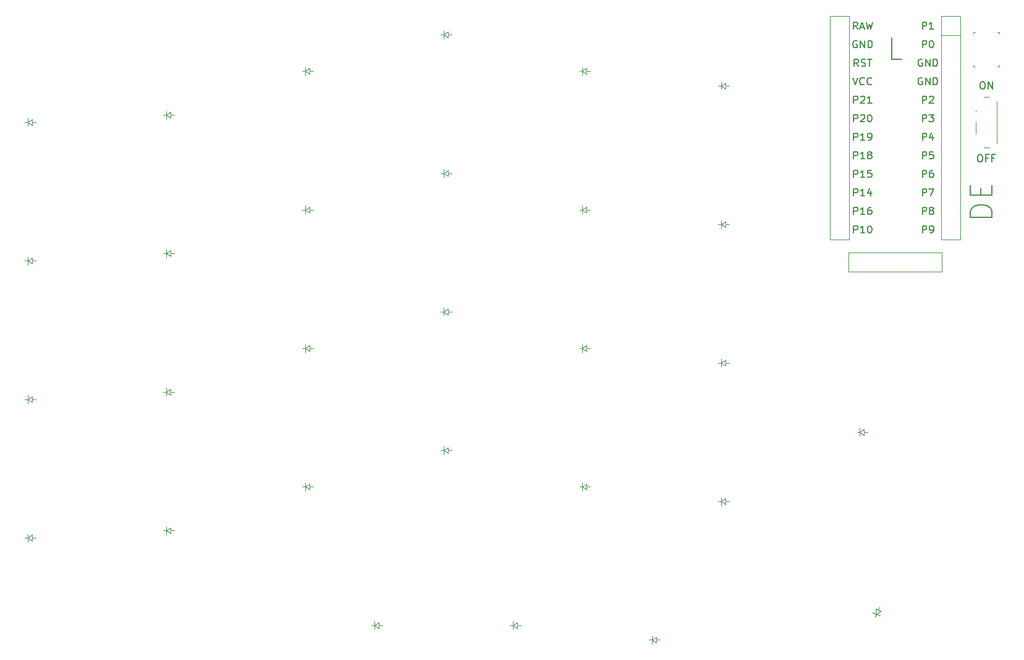
<source format=gbr>
%TF.GenerationSoftware,KiCad,Pcbnew,8.0.5*%
%TF.CreationDate,2024-11-30T23:52:13+01:00*%
%TF.ProjectId,left_finished,6c656674-5f66-4696-9e69-736865642e6b,v1.0.0*%
%TF.SameCoordinates,Original*%
%TF.FileFunction,Legend,Top*%
%TF.FilePolarity,Positive*%
%FSLAX46Y46*%
G04 Gerber Fmt 4.6, Leading zero omitted, Abs format (unit mm)*
G04 Created by KiCad (PCBNEW 8.0.5) date 2024-11-30 23:52:13*
%MOMM*%
%LPD*%
G01*
G04 APERTURE LIST*
%ADD10C,0.150000*%
%ADD11C,0.100000*%
%ADD12C,0.120000*%
G04 APERTURE END LIST*
D10*
X279780057Y-131042857D02*
X276780057Y-131042857D01*
X276780057Y-131042857D02*
X276780057Y-130328571D01*
X276780057Y-130328571D02*
X276922914Y-129900000D01*
X276922914Y-129900000D02*
X277208628Y-129614285D01*
X277208628Y-129614285D02*
X277494342Y-129471428D01*
X277494342Y-129471428D02*
X278065771Y-129328571D01*
X278065771Y-129328571D02*
X278494342Y-129328571D01*
X278494342Y-129328571D02*
X279065771Y-129471428D01*
X279065771Y-129471428D02*
X279351485Y-129614285D01*
X279351485Y-129614285D02*
X279637200Y-129900000D01*
X279637200Y-129900000D02*
X279780057Y-130328571D01*
X279780057Y-130328571D02*
X279780057Y-131042857D01*
X278208628Y-128042857D02*
X278208628Y-127042857D01*
X279780057Y-126614285D02*
X279780057Y-128042857D01*
X279780057Y-128042857D02*
X276780057Y-128042857D01*
X276780057Y-128042857D02*
X276780057Y-126614285D01*
X267428572Y-109380057D02*
X266000000Y-109380057D01*
X266000000Y-109380057D02*
X266000000Y-106380057D01*
X270231905Y-105254819D02*
X270231905Y-104254819D01*
X270231905Y-104254819D02*
X270612857Y-104254819D01*
X270612857Y-104254819D02*
X270708095Y-104302438D01*
X270708095Y-104302438D02*
X270755714Y-104350057D01*
X270755714Y-104350057D02*
X270803333Y-104445295D01*
X270803333Y-104445295D02*
X270803333Y-104588152D01*
X270803333Y-104588152D02*
X270755714Y-104683390D01*
X270755714Y-104683390D02*
X270708095Y-104731009D01*
X270708095Y-104731009D02*
X270612857Y-104778628D01*
X270612857Y-104778628D02*
X270231905Y-104778628D01*
X271755714Y-105254819D02*
X271184286Y-105254819D01*
X271470000Y-105254819D02*
X271470000Y-104254819D01*
X271470000Y-104254819D02*
X271374762Y-104397676D01*
X271374762Y-104397676D02*
X271279524Y-104492914D01*
X271279524Y-104492914D02*
X271184286Y-104540533D01*
X260815714Y-120494819D02*
X260815714Y-119494819D01*
X260815714Y-119494819D02*
X261196666Y-119494819D01*
X261196666Y-119494819D02*
X261291904Y-119542438D01*
X261291904Y-119542438D02*
X261339523Y-119590057D01*
X261339523Y-119590057D02*
X261387142Y-119685295D01*
X261387142Y-119685295D02*
X261387142Y-119828152D01*
X261387142Y-119828152D02*
X261339523Y-119923390D01*
X261339523Y-119923390D02*
X261291904Y-119971009D01*
X261291904Y-119971009D02*
X261196666Y-120018628D01*
X261196666Y-120018628D02*
X260815714Y-120018628D01*
X262339523Y-120494819D02*
X261768095Y-120494819D01*
X262053809Y-120494819D02*
X262053809Y-119494819D01*
X262053809Y-119494819D02*
X261958571Y-119637676D01*
X261958571Y-119637676D02*
X261863333Y-119732914D01*
X261863333Y-119732914D02*
X261768095Y-119780533D01*
X262815714Y-120494819D02*
X263006190Y-120494819D01*
X263006190Y-120494819D02*
X263101428Y-120447200D01*
X263101428Y-120447200D02*
X263149047Y-120399580D01*
X263149047Y-120399580D02*
X263244285Y-120256723D01*
X263244285Y-120256723D02*
X263291904Y-120066247D01*
X263291904Y-120066247D02*
X263291904Y-119685295D01*
X263291904Y-119685295D02*
X263244285Y-119590057D01*
X263244285Y-119590057D02*
X263196666Y-119542438D01*
X263196666Y-119542438D02*
X263101428Y-119494819D01*
X263101428Y-119494819D02*
X262910952Y-119494819D01*
X262910952Y-119494819D02*
X262815714Y-119542438D01*
X262815714Y-119542438D02*
X262768095Y-119590057D01*
X262768095Y-119590057D02*
X262720476Y-119685295D01*
X262720476Y-119685295D02*
X262720476Y-119923390D01*
X262720476Y-119923390D02*
X262768095Y-120018628D01*
X262768095Y-120018628D02*
X262815714Y-120066247D01*
X262815714Y-120066247D02*
X262910952Y-120113866D01*
X262910952Y-120113866D02*
X263101428Y-120113866D01*
X263101428Y-120113866D02*
X263196666Y-120066247D01*
X263196666Y-120066247D02*
X263244285Y-120018628D01*
X263244285Y-120018628D02*
X263291904Y-119923390D01*
X260815714Y-125574819D02*
X260815714Y-124574819D01*
X260815714Y-124574819D02*
X261196666Y-124574819D01*
X261196666Y-124574819D02*
X261291904Y-124622438D01*
X261291904Y-124622438D02*
X261339523Y-124670057D01*
X261339523Y-124670057D02*
X261387142Y-124765295D01*
X261387142Y-124765295D02*
X261387142Y-124908152D01*
X261387142Y-124908152D02*
X261339523Y-125003390D01*
X261339523Y-125003390D02*
X261291904Y-125051009D01*
X261291904Y-125051009D02*
X261196666Y-125098628D01*
X261196666Y-125098628D02*
X260815714Y-125098628D01*
X262339523Y-125574819D02*
X261768095Y-125574819D01*
X262053809Y-125574819D02*
X262053809Y-124574819D01*
X262053809Y-124574819D02*
X261958571Y-124717676D01*
X261958571Y-124717676D02*
X261863333Y-124812914D01*
X261863333Y-124812914D02*
X261768095Y-124860533D01*
X263244285Y-124574819D02*
X262768095Y-124574819D01*
X262768095Y-124574819D02*
X262720476Y-125051009D01*
X262720476Y-125051009D02*
X262768095Y-125003390D01*
X262768095Y-125003390D02*
X262863333Y-124955771D01*
X262863333Y-124955771D02*
X263101428Y-124955771D01*
X263101428Y-124955771D02*
X263196666Y-125003390D01*
X263196666Y-125003390D02*
X263244285Y-125051009D01*
X263244285Y-125051009D02*
X263291904Y-125146247D01*
X263291904Y-125146247D02*
X263291904Y-125384342D01*
X263291904Y-125384342D02*
X263244285Y-125479580D01*
X263244285Y-125479580D02*
X263196666Y-125527200D01*
X263196666Y-125527200D02*
X263101428Y-125574819D01*
X263101428Y-125574819D02*
X262863333Y-125574819D01*
X262863333Y-125574819D02*
X262768095Y-125527200D01*
X262768095Y-125527200D02*
X262720476Y-125479580D01*
X260696667Y-111874819D02*
X261030000Y-112874819D01*
X261030000Y-112874819D02*
X261363333Y-111874819D01*
X262268095Y-112779580D02*
X262220476Y-112827200D01*
X262220476Y-112827200D02*
X262077619Y-112874819D01*
X262077619Y-112874819D02*
X261982381Y-112874819D01*
X261982381Y-112874819D02*
X261839524Y-112827200D01*
X261839524Y-112827200D02*
X261744286Y-112731961D01*
X261744286Y-112731961D02*
X261696667Y-112636723D01*
X261696667Y-112636723D02*
X261649048Y-112446247D01*
X261649048Y-112446247D02*
X261649048Y-112303390D01*
X261649048Y-112303390D02*
X261696667Y-112112914D01*
X261696667Y-112112914D02*
X261744286Y-112017676D01*
X261744286Y-112017676D02*
X261839524Y-111922438D01*
X261839524Y-111922438D02*
X261982381Y-111874819D01*
X261982381Y-111874819D02*
X262077619Y-111874819D01*
X262077619Y-111874819D02*
X262220476Y-111922438D01*
X262220476Y-111922438D02*
X262268095Y-111970057D01*
X263268095Y-112779580D02*
X263220476Y-112827200D01*
X263220476Y-112827200D02*
X263077619Y-112874819D01*
X263077619Y-112874819D02*
X262982381Y-112874819D01*
X262982381Y-112874819D02*
X262839524Y-112827200D01*
X262839524Y-112827200D02*
X262744286Y-112731961D01*
X262744286Y-112731961D02*
X262696667Y-112636723D01*
X262696667Y-112636723D02*
X262649048Y-112446247D01*
X262649048Y-112446247D02*
X262649048Y-112303390D01*
X262649048Y-112303390D02*
X262696667Y-112112914D01*
X262696667Y-112112914D02*
X262744286Y-112017676D01*
X262744286Y-112017676D02*
X262839524Y-111922438D01*
X262839524Y-111922438D02*
X262982381Y-111874819D01*
X262982381Y-111874819D02*
X263077619Y-111874819D01*
X263077619Y-111874819D02*
X263220476Y-111922438D01*
X263220476Y-111922438D02*
X263268095Y-111970057D01*
X260815714Y-128114819D02*
X260815714Y-127114819D01*
X260815714Y-127114819D02*
X261196666Y-127114819D01*
X261196666Y-127114819D02*
X261291904Y-127162438D01*
X261291904Y-127162438D02*
X261339523Y-127210057D01*
X261339523Y-127210057D02*
X261387142Y-127305295D01*
X261387142Y-127305295D02*
X261387142Y-127448152D01*
X261387142Y-127448152D02*
X261339523Y-127543390D01*
X261339523Y-127543390D02*
X261291904Y-127591009D01*
X261291904Y-127591009D02*
X261196666Y-127638628D01*
X261196666Y-127638628D02*
X260815714Y-127638628D01*
X262339523Y-128114819D02*
X261768095Y-128114819D01*
X262053809Y-128114819D02*
X262053809Y-127114819D01*
X262053809Y-127114819D02*
X261958571Y-127257676D01*
X261958571Y-127257676D02*
X261863333Y-127352914D01*
X261863333Y-127352914D02*
X261768095Y-127400533D01*
X263196666Y-127448152D02*
X263196666Y-128114819D01*
X262958571Y-127067200D02*
X262720476Y-127781485D01*
X262720476Y-127781485D02*
X263339523Y-127781485D01*
X270231905Y-128114819D02*
X270231905Y-127114819D01*
X270231905Y-127114819D02*
X270612857Y-127114819D01*
X270612857Y-127114819D02*
X270708095Y-127162438D01*
X270708095Y-127162438D02*
X270755714Y-127210057D01*
X270755714Y-127210057D02*
X270803333Y-127305295D01*
X270803333Y-127305295D02*
X270803333Y-127448152D01*
X270803333Y-127448152D02*
X270755714Y-127543390D01*
X270755714Y-127543390D02*
X270708095Y-127591009D01*
X270708095Y-127591009D02*
X270612857Y-127638628D01*
X270612857Y-127638628D02*
X270231905Y-127638628D01*
X271136667Y-127114819D02*
X271803333Y-127114819D01*
X271803333Y-127114819D02*
X271374762Y-128114819D01*
X261482380Y-110334819D02*
X261149047Y-109858628D01*
X260910952Y-110334819D02*
X260910952Y-109334819D01*
X260910952Y-109334819D02*
X261291904Y-109334819D01*
X261291904Y-109334819D02*
X261387142Y-109382438D01*
X261387142Y-109382438D02*
X261434761Y-109430057D01*
X261434761Y-109430057D02*
X261482380Y-109525295D01*
X261482380Y-109525295D02*
X261482380Y-109668152D01*
X261482380Y-109668152D02*
X261434761Y-109763390D01*
X261434761Y-109763390D02*
X261387142Y-109811009D01*
X261387142Y-109811009D02*
X261291904Y-109858628D01*
X261291904Y-109858628D02*
X260910952Y-109858628D01*
X261863333Y-110287200D02*
X262006190Y-110334819D01*
X262006190Y-110334819D02*
X262244285Y-110334819D01*
X262244285Y-110334819D02*
X262339523Y-110287200D01*
X262339523Y-110287200D02*
X262387142Y-110239580D01*
X262387142Y-110239580D02*
X262434761Y-110144342D01*
X262434761Y-110144342D02*
X262434761Y-110049104D01*
X262434761Y-110049104D02*
X262387142Y-109953866D01*
X262387142Y-109953866D02*
X262339523Y-109906247D01*
X262339523Y-109906247D02*
X262244285Y-109858628D01*
X262244285Y-109858628D02*
X262053809Y-109811009D01*
X262053809Y-109811009D02*
X261958571Y-109763390D01*
X261958571Y-109763390D02*
X261910952Y-109715771D01*
X261910952Y-109715771D02*
X261863333Y-109620533D01*
X261863333Y-109620533D02*
X261863333Y-109525295D01*
X261863333Y-109525295D02*
X261910952Y-109430057D01*
X261910952Y-109430057D02*
X261958571Y-109382438D01*
X261958571Y-109382438D02*
X262053809Y-109334819D01*
X262053809Y-109334819D02*
X262291904Y-109334819D01*
X262291904Y-109334819D02*
X262434761Y-109382438D01*
X262720476Y-109334819D02*
X263291904Y-109334819D01*
X263006190Y-110334819D02*
X263006190Y-109334819D01*
X261268095Y-106842438D02*
X261172857Y-106794819D01*
X261172857Y-106794819D02*
X261030000Y-106794819D01*
X261030000Y-106794819D02*
X260887143Y-106842438D01*
X260887143Y-106842438D02*
X260791905Y-106937676D01*
X260791905Y-106937676D02*
X260744286Y-107032914D01*
X260744286Y-107032914D02*
X260696667Y-107223390D01*
X260696667Y-107223390D02*
X260696667Y-107366247D01*
X260696667Y-107366247D02*
X260744286Y-107556723D01*
X260744286Y-107556723D02*
X260791905Y-107651961D01*
X260791905Y-107651961D02*
X260887143Y-107747200D01*
X260887143Y-107747200D02*
X261030000Y-107794819D01*
X261030000Y-107794819D02*
X261125238Y-107794819D01*
X261125238Y-107794819D02*
X261268095Y-107747200D01*
X261268095Y-107747200D02*
X261315714Y-107699580D01*
X261315714Y-107699580D02*
X261315714Y-107366247D01*
X261315714Y-107366247D02*
X261125238Y-107366247D01*
X261744286Y-107794819D02*
X261744286Y-106794819D01*
X261744286Y-106794819D02*
X262315714Y-107794819D01*
X262315714Y-107794819D02*
X262315714Y-106794819D01*
X262791905Y-107794819D02*
X262791905Y-106794819D01*
X262791905Y-106794819D02*
X263030000Y-106794819D01*
X263030000Y-106794819D02*
X263172857Y-106842438D01*
X263172857Y-106842438D02*
X263268095Y-106937676D01*
X263268095Y-106937676D02*
X263315714Y-107032914D01*
X263315714Y-107032914D02*
X263363333Y-107223390D01*
X263363333Y-107223390D02*
X263363333Y-107366247D01*
X263363333Y-107366247D02*
X263315714Y-107556723D01*
X263315714Y-107556723D02*
X263268095Y-107651961D01*
X263268095Y-107651961D02*
X263172857Y-107747200D01*
X263172857Y-107747200D02*
X263030000Y-107794819D01*
X263030000Y-107794819D02*
X262791905Y-107794819D01*
X260815714Y-115414819D02*
X260815714Y-114414819D01*
X260815714Y-114414819D02*
X261196666Y-114414819D01*
X261196666Y-114414819D02*
X261291904Y-114462438D01*
X261291904Y-114462438D02*
X261339523Y-114510057D01*
X261339523Y-114510057D02*
X261387142Y-114605295D01*
X261387142Y-114605295D02*
X261387142Y-114748152D01*
X261387142Y-114748152D02*
X261339523Y-114843390D01*
X261339523Y-114843390D02*
X261291904Y-114891009D01*
X261291904Y-114891009D02*
X261196666Y-114938628D01*
X261196666Y-114938628D02*
X260815714Y-114938628D01*
X261768095Y-114510057D02*
X261815714Y-114462438D01*
X261815714Y-114462438D02*
X261910952Y-114414819D01*
X261910952Y-114414819D02*
X262149047Y-114414819D01*
X262149047Y-114414819D02*
X262244285Y-114462438D01*
X262244285Y-114462438D02*
X262291904Y-114510057D01*
X262291904Y-114510057D02*
X262339523Y-114605295D01*
X262339523Y-114605295D02*
X262339523Y-114700533D01*
X262339523Y-114700533D02*
X262291904Y-114843390D01*
X262291904Y-114843390D02*
X261720476Y-115414819D01*
X261720476Y-115414819D02*
X262339523Y-115414819D01*
X263291904Y-115414819D02*
X262720476Y-115414819D01*
X263006190Y-115414819D02*
X263006190Y-114414819D01*
X263006190Y-114414819D02*
X262910952Y-114557676D01*
X262910952Y-114557676D02*
X262815714Y-114652914D01*
X262815714Y-114652914D02*
X262720476Y-114700533D01*
X270208095Y-111922438D02*
X270112857Y-111874819D01*
X270112857Y-111874819D02*
X269970000Y-111874819D01*
X269970000Y-111874819D02*
X269827143Y-111922438D01*
X269827143Y-111922438D02*
X269731905Y-112017676D01*
X269731905Y-112017676D02*
X269684286Y-112112914D01*
X269684286Y-112112914D02*
X269636667Y-112303390D01*
X269636667Y-112303390D02*
X269636667Y-112446247D01*
X269636667Y-112446247D02*
X269684286Y-112636723D01*
X269684286Y-112636723D02*
X269731905Y-112731961D01*
X269731905Y-112731961D02*
X269827143Y-112827200D01*
X269827143Y-112827200D02*
X269970000Y-112874819D01*
X269970000Y-112874819D02*
X270065238Y-112874819D01*
X270065238Y-112874819D02*
X270208095Y-112827200D01*
X270208095Y-112827200D02*
X270255714Y-112779580D01*
X270255714Y-112779580D02*
X270255714Y-112446247D01*
X270255714Y-112446247D02*
X270065238Y-112446247D01*
X270684286Y-112874819D02*
X270684286Y-111874819D01*
X270684286Y-111874819D02*
X271255714Y-112874819D01*
X271255714Y-112874819D02*
X271255714Y-111874819D01*
X271731905Y-112874819D02*
X271731905Y-111874819D01*
X271731905Y-111874819D02*
X271970000Y-111874819D01*
X271970000Y-111874819D02*
X272112857Y-111922438D01*
X272112857Y-111922438D02*
X272208095Y-112017676D01*
X272208095Y-112017676D02*
X272255714Y-112112914D01*
X272255714Y-112112914D02*
X272303333Y-112303390D01*
X272303333Y-112303390D02*
X272303333Y-112446247D01*
X272303333Y-112446247D02*
X272255714Y-112636723D01*
X272255714Y-112636723D02*
X272208095Y-112731961D01*
X272208095Y-112731961D02*
X272112857Y-112827200D01*
X272112857Y-112827200D02*
X271970000Y-112874819D01*
X271970000Y-112874819D02*
X271731905Y-112874819D01*
X270231905Y-117954819D02*
X270231905Y-116954819D01*
X270231905Y-116954819D02*
X270612857Y-116954819D01*
X270612857Y-116954819D02*
X270708095Y-117002438D01*
X270708095Y-117002438D02*
X270755714Y-117050057D01*
X270755714Y-117050057D02*
X270803333Y-117145295D01*
X270803333Y-117145295D02*
X270803333Y-117288152D01*
X270803333Y-117288152D02*
X270755714Y-117383390D01*
X270755714Y-117383390D02*
X270708095Y-117431009D01*
X270708095Y-117431009D02*
X270612857Y-117478628D01*
X270612857Y-117478628D02*
X270231905Y-117478628D01*
X271136667Y-116954819D02*
X271755714Y-116954819D01*
X271755714Y-116954819D02*
X271422381Y-117335771D01*
X271422381Y-117335771D02*
X271565238Y-117335771D01*
X271565238Y-117335771D02*
X271660476Y-117383390D01*
X271660476Y-117383390D02*
X271708095Y-117431009D01*
X271708095Y-117431009D02*
X271755714Y-117526247D01*
X271755714Y-117526247D02*
X271755714Y-117764342D01*
X271755714Y-117764342D02*
X271708095Y-117859580D01*
X271708095Y-117859580D02*
X271660476Y-117907200D01*
X271660476Y-117907200D02*
X271565238Y-117954819D01*
X271565238Y-117954819D02*
X271279524Y-117954819D01*
X271279524Y-117954819D02*
X271184286Y-117907200D01*
X271184286Y-117907200D02*
X271136667Y-117859580D01*
X270231905Y-120494819D02*
X270231905Y-119494819D01*
X270231905Y-119494819D02*
X270612857Y-119494819D01*
X270612857Y-119494819D02*
X270708095Y-119542438D01*
X270708095Y-119542438D02*
X270755714Y-119590057D01*
X270755714Y-119590057D02*
X270803333Y-119685295D01*
X270803333Y-119685295D02*
X270803333Y-119828152D01*
X270803333Y-119828152D02*
X270755714Y-119923390D01*
X270755714Y-119923390D02*
X270708095Y-119971009D01*
X270708095Y-119971009D02*
X270612857Y-120018628D01*
X270612857Y-120018628D02*
X270231905Y-120018628D01*
X271660476Y-119828152D02*
X271660476Y-120494819D01*
X271422381Y-119447200D02*
X271184286Y-120161485D01*
X271184286Y-120161485D02*
X271803333Y-120161485D01*
X260815714Y-123034819D02*
X260815714Y-122034819D01*
X260815714Y-122034819D02*
X261196666Y-122034819D01*
X261196666Y-122034819D02*
X261291904Y-122082438D01*
X261291904Y-122082438D02*
X261339523Y-122130057D01*
X261339523Y-122130057D02*
X261387142Y-122225295D01*
X261387142Y-122225295D02*
X261387142Y-122368152D01*
X261387142Y-122368152D02*
X261339523Y-122463390D01*
X261339523Y-122463390D02*
X261291904Y-122511009D01*
X261291904Y-122511009D02*
X261196666Y-122558628D01*
X261196666Y-122558628D02*
X260815714Y-122558628D01*
X262339523Y-123034819D02*
X261768095Y-123034819D01*
X262053809Y-123034819D02*
X262053809Y-122034819D01*
X262053809Y-122034819D02*
X261958571Y-122177676D01*
X261958571Y-122177676D02*
X261863333Y-122272914D01*
X261863333Y-122272914D02*
X261768095Y-122320533D01*
X262910952Y-122463390D02*
X262815714Y-122415771D01*
X262815714Y-122415771D02*
X262768095Y-122368152D01*
X262768095Y-122368152D02*
X262720476Y-122272914D01*
X262720476Y-122272914D02*
X262720476Y-122225295D01*
X262720476Y-122225295D02*
X262768095Y-122130057D01*
X262768095Y-122130057D02*
X262815714Y-122082438D01*
X262815714Y-122082438D02*
X262910952Y-122034819D01*
X262910952Y-122034819D02*
X263101428Y-122034819D01*
X263101428Y-122034819D02*
X263196666Y-122082438D01*
X263196666Y-122082438D02*
X263244285Y-122130057D01*
X263244285Y-122130057D02*
X263291904Y-122225295D01*
X263291904Y-122225295D02*
X263291904Y-122272914D01*
X263291904Y-122272914D02*
X263244285Y-122368152D01*
X263244285Y-122368152D02*
X263196666Y-122415771D01*
X263196666Y-122415771D02*
X263101428Y-122463390D01*
X263101428Y-122463390D02*
X262910952Y-122463390D01*
X262910952Y-122463390D02*
X262815714Y-122511009D01*
X262815714Y-122511009D02*
X262768095Y-122558628D01*
X262768095Y-122558628D02*
X262720476Y-122653866D01*
X262720476Y-122653866D02*
X262720476Y-122844342D01*
X262720476Y-122844342D02*
X262768095Y-122939580D01*
X262768095Y-122939580D02*
X262815714Y-122987200D01*
X262815714Y-122987200D02*
X262910952Y-123034819D01*
X262910952Y-123034819D02*
X263101428Y-123034819D01*
X263101428Y-123034819D02*
X263196666Y-122987200D01*
X263196666Y-122987200D02*
X263244285Y-122939580D01*
X263244285Y-122939580D02*
X263291904Y-122844342D01*
X263291904Y-122844342D02*
X263291904Y-122653866D01*
X263291904Y-122653866D02*
X263244285Y-122558628D01*
X263244285Y-122558628D02*
X263196666Y-122511009D01*
X263196666Y-122511009D02*
X263101428Y-122463390D01*
X270231905Y-125574819D02*
X270231905Y-124574819D01*
X270231905Y-124574819D02*
X270612857Y-124574819D01*
X270612857Y-124574819D02*
X270708095Y-124622438D01*
X270708095Y-124622438D02*
X270755714Y-124670057D01*
X270755714Y-124670057D02*
X270803333Y-124765295D01*
X270803333Y-124765295D02*
X270803333Y-124908152D01*
X270803333Y-124908152D02*
X270755714Y-125003390D01*
X270755714Y-125003390D02*
X270708095Y-125051009D01*
X270708095Y-125051009D02*
X270612857Y-125098628D01*
X270612857Y-125098628D02*
X270231905Y-125098628D01*
X271660476Y-124574819D02*
X271470000Y-124574819D01*
X271470000Y-124574819D02*
X271374762Y-124622438D01*
X271374762Y-124622438D02*
X271327143Y-124670057D01*
X271327143Y-124670057D02*
X271231905Y-124812914D01*
X271231905Y-124812914D02*
X271184286Y-125003390D01*
X271184286Y-125003390D02*
X271184286Y-125384342D01*
X271184286Y-125384342D02*
X271231905Y-125479580D01*
X271231905Y-125479580D02*
X271279524Y-125527200D01*
X271279524Y-125527200D02*
X271374762Y-125574819D01*
X271374762Y-125574819D02*
X271565238Y-125574819D01*
X271565238Y-125574819D02*
X271660476Y-125527200D01*
X271660476Y-125527200D02*
X271708095Y-125479580D01*
X271708095Y-125479580D02*
X271755714Y-125384342D01*
X271755714Y-125384342D02*
X271755714Y-125146247D01*
X271755714Y-125146247D02*
X271708095Y-125051009D01*
X271708095Y-125051009D02*
X271660476Y-125003390D01*
X271660476Y-125003390D02*
X271565238Y-124955771D01*
X271565238Y-124955771D02*
X271374762Y-124955771D01*
X271374762Y-124955771D02*
X271279524Y-125003390D01*
X271279524Y-125003390D02*
X271231905Y-125051009D01*
X271231905Y-125051009D02*
X271184286Y-125146247D01*
X260815714Y-130654819D02*
X260815714Y-129654819D01*
X260815714Y-129654819D02*
X261196666Y-129654819D01*
X261196666Y-129654819D02*
X261291904Y-129702438D01*
X261291904Y-129702438D02*
X261339523Y-129750057D01*
X261339523Y-129750057D02*
X261387142Y-129845295D01*
X261387142Y-129845295D02*
X261387142Y-129988152D01*
X261387142Y-129988152D02*
X261339523Y-130083390D01*
X261339523Y-130083390D02*
X261291904Y-130131009D01*
X261291904Y-130131009D02*
X261196666Y-130178628D01*
X261196666Y-130178628D02*
X260815714Y-130178628D01*
X262339523Y-130654819D02*
X261768095Y-130654819D01*
X262053809Y-130654819D02*
X262053809Y-129654819D01*
X262053809Y-129654819D02*
X261958571Y-129797676D01*
X261958571Y-129797676D02*
X261863333Y-129892914D01*
X261863333Y-129892914D02*
X261768095Y-129940533D01*
X263196666Y-129654819D02*
X263006190Y-129654819D01*
X263006190Y-129654819D02*
X262910952Y-129702438D01*
X262910952Y-129702438D02*
X262863333Y-129750057D01*
X262863333Y-129750057D02*
X262768095Y-129892914D01*
X262768095Y-129892914D02*
X262720476Y-130083390D01*
X262720476Y-130083390D02*
X262720476Y-130464342D01*
X262720476Y-130464342D02*
X262768095Y-130559580D01*
X262768095Y-130559580D02*
X262815714Y-130607200D01*
X262815714Y-130607200D02*
X262910952Y-130654819D01*
X262910952Y-130654819D02*
X263101428Y-130654819D01*
X263101428Y-130654819D02*
X263196666Y-130607200D01*
X263196666Y-130607200D02*
X263244285Y-130559580D01*
X263244285Y-130559580D02*
X263291904Y-130464342D01*
X263291904Y-130464342D02*
X263291904Y-130226247D01*
X263291904Y-130226247D02*
X263244285Y-130131009D01*
X263244285Y-130131009D02*
X263196666Y-130083390D01*
X263196666Y-130083390D02*
X263101428Y-130035771D01*
X263101428Y-130035771D02*
X262910952Y-130035771D01*
X262910952Y-130035771D02*
X262815714Y-130083390D01*
X262815714Y-130083390D02*
X262768095Y-130131009D01*
X262768095Y-130131009D02*
X262720476Y-130226247D01*
X270231905Y-115414819D02*
X270231905Y-114414819D01*
X270231905Y-114414819D02*
X270612857Y-114414819D01*
X270612857Y-114414819D02*
X270708095Y-114462438D01*
X270708095Y-114462438D02*
X270755714Y-114510057D01*
X270755714Y-114510057D02*
X270803333Y-114605295D01*
X270803333Y-114605295D02*
X270803333Y-114748152D01*
X270803333Y-114748152D02*
X270755714Y-114843390D01*
X270755714Y-114843390D02*
X270708095Y-114891009D01*
X270708095Y-114891009D02*
X270612857Y-114938628D01*
X270612857Y-114938628D02*
X270231905Y-114938628D01*
X271184286Y-114510057D02*
X271231905Y-114462438D01*
X271231905Y-114462438D02*
X271327143Y-114414819D01*
X271327143Y-114414819D02*
X271565238Y-114414819D01*
X271565238Y-114414819D02*
X271660476Y-114462438D01*
X271660476Y-114462438D02*
X271708095Y-114510057D01*
X271708095Y-114510057D02*
X271755714Y-114605295D01*
X271755714Y-114605295D02*
X271755714Y-114700533D01*
X271755714Y-114700533D02*
X271708095Y-114843390D01*
X271708095Y-114843390D02*
X271136667Y-115414819D01*
X271136667Y-115414819D02*
X271755714Y-115414819D01*
X270231905Y-130654819D02*
X270231905Y-129654819D01*
X270231905Y-129654819D02*
X270612857Y-129654819D01*
X270612857Y-129654819D02*
X270708095Y-129702438D01*
X270708095Y-129702438D02*
X270755714Y-129750057D01*
X270755714Y-129750057D02*
X270803333Y-129845295D01*
X270803333Y-129845295D02*
X270803333Y-129988152D01*
X270803333Y-129988152D02*
X270755714Y-130083390D01*
X270755714Y-130083390D02*
X270708095Y-130131009D01*
X270708095Y-130131009D02*
X270612857Y-130178628D01*
X270612857Y-130178628D02*
X270231905Y-130178628D01*
X271374762Y-130083390D02*
X271279524Y-130035771D01*
X271279524Y-130035771D02*
X271231905Y-129988152D01*
X271231905Y-129988152D02*
X271184286Y-129892914D01*
X271184286Y-129892914D02*
X271184286Y-129845295D01*
X271184286Y-129845295D02*
X271231905Y-129750057D01*
X271231905Y-129750057D02*
X271279524Y-129702438D01*
X271279524Y-129702438D02*
X271374762Y-129654819D01*
X271374762Y-129654819D02*
X271565238Y-129654819D01*
X271565238Y-129654819D02*
X271660476Y-129702438D01*
X271660476Y-129702438D02*
X271708095Y-129750057D01*
X271708095Y-129750057D02*
X271755714Y-129845295D01*
X271755714Y-129845295D02*
X271755714Y-129892914D01*
X271755714Y-129892914D02*
X271708095Y-129988152D01*
X271708095Y-129988152D02*
X271660476Y-130035771D01*
X271660476Y-130035771D02*
X271565238Y-130083390D01*
X271565238Y-130083390D02*
X271374762Y-130083390D01*
X271374762Y-130083390D02*
X271279524Y-130131009D01*
X271279524Y-130131009D02*
X271231905Y-130178628D01*
X271231905Y-130178628D02*
X271184286Y-130273866D01*
X271184286Y-130273866D02*
X271184286Y-130464342D01*
X271184286Y-130464342D02*
X271231905Y-130559580D01*
X271231905Y-130559580D02*
X271279524Y-130607200D01*
X271279524Y-130607200D02*
X271374762Y-130654819D01*
X271374762Y-130654819D02*
X271565238Y-130654819D01*
X271565238Y-130654819D02*
X271660476Y-130607200D01*
X271660476Y-130607200D02*
X271708095Y-130559580D01*
X271708095Y-130559580D02*
X271755714Y-130464342D01*
X271755714Y-130464342D02*
X271755714Y-130273866D01*
X271755714Y-130273866D02*
X271708095Y-130178628D01*
X271708095Y-130178628D02*
X271660476Y-130131009D01*
X271660476Y-130131009D02*
X271565238Y-130083390D01*
X270231905Y-133194819D02*
X270231905Y-132194819D01*
X270231905Y-132194819D02*
X270612857Y-132194819D01*
X270612857Y-132194819D02*
X270708095Y-132242438D01*
X270708095Y-132242438D02*
X270755714Y-132290057D01*
X270755714Y-132290057D02*
X270803333Y-132385295D01*
X270803333Y-132385295D02*
X270803333Y-132528152D01*
X270803333Y-132528152D02*
X270755714Y-132623390D01*
X270755714Y-132623390D02*
X270708095Y-132671009D01*
X270708095Y-132671009D02*
X270612857Y-132718628D01*
X270612857Y-132718628D02*
X270231905Y-132718628D01*
X271279524Y-133194819D02*
X271470000Y-133194819D01*
X271470000Y-133194819D02*
X271565238Y-133147200D01*
X271565238Y-133147200D02*
X271612857Y-133099580D01*
X271612857Y-133099580D02*
X271708095Y-132956723D01*
X271708095Y-132956723D02*
X271755714Y-132766247D01*
X271755714Y-132766247D02*
X271755714Y-132385295D01*
X271755714Y-132385295D02*
X271708095Y-132290057D01*
X271708095Y-132290057D02*
X271660476Y-132242438D01*
X271660476Y-132242438D02*
X271565238Y-132194819D01*
X271565238Y-132194819D02*
X271374762Y-132194819D01*
X271374762Y-132194819D02*
X271279524Y-132242438D01*
X271279524Y-132242438D02*
X271231905Y-132290057D01*
X271231905Y-132290057D02*
X271184286Y-132385295D01*
X271184286Y-132385295D02*
X271184286Y-132623390D01*
X271184286Y-132623390D02*
X271231905Y-132718628D01*
X271231905Y-132718628D02*
X271279524Y-132766247D01*
X271279524Y-132766247D02*
X271374762Y-132813866D01*
X271374762Y-132813866D02*
X271565238Y-132813866D01*
X271565238Y-132813866D02*
X271660476Y-132766247D01*
X271660476Y-132766247D02*
X271708095Y-132718628D01*
X271708095Y-132718628D02*
X271755714Y-132623390D01*
X270208095Y-109382438D02*
X270112857Y-109334819D01*
X270112857Y-109334819D02*
X269970000Y-109334819D01*
X269970000Y-109334819D02*
X269827143Y-109382438D01*
X269827143Y-109382438D02*
X269731905Y-109477676D01*
X269731905Y-109477676D02*
X269684286Y-109572914D01*
X269684286Y-109572914D02*
X269636667Y-109763390D01*
X269636667Y-109763390D02*
X269636667Y-109906247D01*
X269636667Y-109906247D02*
X269684286Y-110096723D01*
X269684286Y-110096723D02*
X269731905Y-110191961D01*
X269731905Y-110191961D02*
X269827143Y-110287200D01*
X269827143Y-110287200D02*
X269970000Y-110334819D01*
X269970000Y-110334819D02*
X270065238Y-110334819D01*
X270065238Y-110334819D02*
X270208095Y-110287200D01*
X270208095Y-110287200D02*
X270255714Y-110239580D01*
X270255714Y-110239580D02*
X270255714Y-109906247D01*
X270255714Y-109906247D02*
X270065238Y-109906247D01*
X270684286Y-110334819D02*
X270684286Y-109334819D01*
X270684286Y-109334819D02*
X271255714Y-110334819D01*
X271255714Y-110334819D02*
X271255714Y-109334819D01*
X271731905Y-110334819D02*
X271731905Y-109334819D01*
X271731905Y-109334819D02*
X271970000Y-109334819D01*
X271970000Y-109334819D02*
X272112857Y-109382438D01*
X272112857Y-109382438D02*
X272208095Y-109477676D01*
X272208095Y-109477676D02*
X272255714Y-109572914D01*
X272255714Y-109572914D02*
X272303333Y-109763390D01*
X272303333Y-109763390D02*
X272303333Y-109906247D01*
X272303333Y-109906247D02*
X272255714Y-110096723D01*
X272255714Y-110096723D02*
X272208095Y-110191961D01*
X272208095Y-110191961D02*
X272112857Y-110287200D01*
X272112857Y-110287200D02*
X271970000Y-110334819D01*
X271970000Y-110334819D02*
X271731905Y-110334819D01*
X270231905Y-123034819D02*
X270231905Y-122034819D01*
X270231905Y-122034819D02*
X270612857Y-122034819D01*
X270612857Y-122034819D02*
X270708095Y-122082438D01*
X270708095Y-122082438D02*
X270755714Y-122130057D01*
X270755714Y-122130057D02*
X270803333Y-122225295D01*
X270803333Y-122225295D02*
X270803333Y-122368152D01*
X270803333Y-122368152D02*
X270755714Y-122463390D01*
X270755714Y-122463390D02*
X270708095Y-122511009D01*
X270708095Y-122511009D02*
X270612857Y-122558628D01*
X270612857Y-122558628D02*
X270231905Y-122558628D01*
X271708095Y-122034819D02*
X271231905Y-122034819D01*
X271231905Y-122034819D02*
X271184286Y-122511009D01*
X271184286Y-122511009D02*
X271231905Y-122463390D01*
X271231905Y-122463390D02*
X271327143Y-122415771D01*
X271327143Y-122415771D02*
X271565238Y-122415771D01*
X271565238Y-122415771D02*
X271660476Y-122463390D01*
X271660476Y-122463390D02*
X271708095Y-122511009D01*
X271708095Y-122511009D02*
X271755714Y-122606247D01*
X271755714Y-122606247D02*
X271755714Y-122844342D01*
X271755714Y-122844342D02*
X271708095Y-122939580D01*
X271708095Y-122939580D02*
X271660476Y-122987200D01*
X271660476Y-122987200D02*
X271565238Y-123034819D01*
X271565238Y-123034819D02*
X271327143Y-123034819D01*
X271327143Y-123034819D02*
X271231905Y-122987200D01*
X271231905Y-122987200D02*
X271184286Y-122939580D01*
X261339523Y-105254819D02*
X261006190Y-104778628D01*
X260768095Y-105254819D02*
X260768095Y-104254819D01*
X260768095Y-104254819D02*
X261149047Y-104254819D01*
X261149047Y-104254819D02*
X261244285Y-104302438D01*
X261244285Y-104302438D02*
X261291904Y-104350057D01*
X261291904Y-104350057D02*
X261339523Y-104445295D01*
X261339523Y-104445295D02*
X261339523Y-104588152D01*
X261339523Y-104588152D02*
X261291904Y-104683390D01*
X261291904Y-104683390D02*
X261244285Y-104731009D01*
X261244285Y-104731009D02*
X261149047Y-104778628D01*
X261149047Y-104778628D02*
X260768095Y-104778628D01*
X261720476Y-104969104D02*
X262196666Y-104969104D01*
X261625238Y-105254819D02*
X261958571Y-104254819D01*
X261958571Y-104254819D02*
X262291904Y-105254819D01*
X262530000Y-104254819D02*
X262768095Y-105254819D01*
X262768095Y-105254819D02*
X262958571Y-104540533D01*
X262958571Y-104540533D02*
X263149047Y-105254819D01*
X263149047Y-105254819D02*
X263387143Y-104254819D01*
X270231905Y-107794819D02*
X270231905Y-106794819D01*
X270231905Y-106794819D02*
X270612857Y-106794819D01*
X270612857Y-106794819D02*
X270708095Y-106842438D01*
X270708095Y-106842438D02*
X270755714Y-106890057D01*
X270755714Y-106890057D02*
X270803333Y-106985295D01*
X270803333Y-106985295D02*
X270803333Y-107128152D01*
X270803333Y-107128152D02*
X270755714Y-107223390D01*
X270755714Y-107223390D02*
X270708095Y-107271009D01*
X270708095Y-107271009D02*
X270612857Y-107318628D01*
X270612857Y-107318628D02*
X270231905Y-107318628D01*
X271422381Y-106794819D02*
X271517619Y-106794819D01*
X271517619Y-106794819D02*
X271612857Y-106842438D01*
X271612857Y-106842438D02*
X271660476Y-106890057D01*
X271660476Y-106890057D02*
X271708095Y-106985295D01*
X271708095Y-106985295D02*
X271755714Y-107175771D01*
X271755714Y-107175771D02*
X271755714Y-107413866D01*
X271755714Y-107413866D02*
X271708095Y-107604342D01*
X271708095Y-107604342D02*
X271660476Y-107699580D01*
X271660476Y-107699580D02*
X271612857Y-107747200D01*
X271612857Y-107747200D02*
X271517619Y-107794819D01*
X271517619Y-107794819D02*
X271422381Y-107794819D01*
X271422381Y-107794819D02*
X271327143Y-107747200D01*
X271327143Y-107747200D02*
X271279524Y-107699580D01*
X271279524Y-107699580D02*
X271231905Y-107604342D01*
X271231905Y-107604342D02*
X271184286Y-107413866D01*
X271184286Y-107413866D02*
X271184286Y-107175771D01*
X271184286Y-107175771D02*
X271231905Y-106985295D01*
X271231905Y-106985295D02*
X271279524Y-106890057D01*
X271279524Y-106890057D02*
X271327143Y-106842438D01*
X271327143Y-106842438D02*
X271422381Y-106794819D01*
X260815714Y-133194819D02*
X260815714Y-132194819D01*
X260815714Y-132194819D02*
X261196666Y-132194819D01*
X261196666Y-132194819D02*
X261291904Y-132242438D01*
X261291904Y-132242438D02*
X261339523Y-132290057D01*
X261339523Y-132290057D02*
X261387142Y-132385295D01*
X261387142Y-132385295D02*
X261387142Y-132528152D01*
X261387142Y-132528152D02*
X261339523Y-132623390D01*
X261339523Y-132623390D02*
X261291904Y-132671009D01*
X261291904Y-132671009D02*
X261196666Y-132718628D01*
X261196666Y-132718628D02*
X260815714Y-132718628D01*
X262339523Y-133194819D02*
X261768095Y-133194819D01*
X262053809Y-133194819D02*
X262053809Y-132194819D01*
X262053809Y-132194819D02*
X261958571Y-132337676D01*
X261958571Y-132337676D02*
X261863333Y-132432914D01*
X261863333Y-132432914D02*
X261768095Y-132480533D01*
X262958571Y-132194819D02*
X263053809Y-132194819D01*
X263053809Y-132194819D02*
X263149047Y-132242438D01*
X263149047Y-132242438D02*
X263196666Y-132290057D01*
X263196666Y-132290057D02*
X263244285Y-132385295D01*
X263244285Y-132385295D02*
X263291904Y-132575771D01*
X263291904Y-132575771D02*
X263291904Y-132813866D01*
X263291904Y-132813866D02*
X263244285Y-133004342D01*
X263244285Y-133004342D02*
X263196666Y-133099580D01*
X263196666Y-133099580D02*
X263149047Y-133147200D01*
X263149047Y-133147200D02*
X263053809Y-133194819D01*
X263053809Y-133194819D02*
X262958571Y-133194819D01*
X262958571Y-133194819D02*
X262863333Y-133147200D01*
X262863333Y-133147200D02*
X262815714Y-133099580D01*
X262815714Y-133099580D02*
X262768095Y-133004342D01*
X262768095Y-133004342D02*
X262720476Y-132813866D01*
X262720476Y-132813866D02*
X262720476Y-132575771D01*
X262720476Y-132575771D02*
X262768095Y-132385295D01*
X262768095Y-132385295D02*
X262815714Y-132290057D01*
X262815714Y-132290057D02*
X262863333Y-132242438D01*
X262863333Y-132242438D02*
X262958571Y-132194819D01*
X260815714Y-117954819D02*
X260815714Y-116954819D01*
X260815714Y-116954819D02*
X261196666Y-116954819D01*
X261196666Y-116954819D02*
X261291904Y-117002438D01*
X261291904Y-117002438D02*
X261339523Y-117050057D01*
X261339523Y-117050057D02*
X261387142Y-117145295D01*
X261387142Y-117145295D02*
X261387142Y-117288152D01*
X261387142Y-117288152D02*
X261339523Y-117383390D01*
X261339523Y-117383390D02*
X261291904Y-117431009D01*
X261291904Y-117431009D02*
X261196666Y-117478628D01*
X261196666Y-117478628D02*
X260815714Y-117478628D01*
X261768095Y-117050057D02*
X261815714Y-117002438D01*
X261815714Y-117002438D02*
X261910952Y-116954819D01*
X261910952Y-116954819D02*
X262149047Y-116954819D01*
X262149047Y-116954819D02*
X262244285Y-117002438D01*
X262244285Y-117002438D02*
X262291904Y-117050057D01*
X262291904Y-117050057D02*
X262339523Y-117145295D01*
X262339523Y-117145295D02*
X262339523Y-117240533D01*
X262339523Y-117240533D02*
X262291904Y-117383390D01*
X262291904Y-117383390D02*
X261720476Y-117954819D01*
X261720476Y-117954819D02*
X262339523Y-117954819D01*
X262958571Y-116954819D02*
X263053809Y-116954819D01*
X263053809Y-116954819D02*
X263149047Y-117002438D01*
X263149047Y-117002438D02*
X263196666Y-117050057D01*
X263196666Y-117050057D02*
X263244285Y-117145295D01*
X263244285Y-117145295D02*
X263291904Y-117335771D01*
X263291904Y-117335771D02*
X263291904Y-117573866D01*
X263291904Y-117573866D02*
X263244285Y-117764342D01*
X263244285Y-117764342D02*
X263196666Y-117859580D01*
X263196666Y-117859580D02*
X263149047Y-117907200D01*
X263149047Y-117907200D02*
X263053809Y-117954819D01*
X263053809Y-117954819D02*
X262958571Y-117954819D01*
X262958571Y-117954819D02*
X262863333Y-117907200D01*
X262863333Y-117907200D02*
X262815714Y-117859580D01*
X262815714Y-117859580D02*
X262768095Y-117764342D01*
X262768095Y-117764342D02*
X262720476Y-117573866D01*
X262720476Y-117573866D02*
X262720476Y-117335771D01*
X262720476Y-117335771D02*
X262768095Y-117145295D01*
X262768095Y-117145295D02*
X262815714Y-117050057D01*
X262815714Y-117050057D02*
X262863333Y-117002438D01*
X262863333Y-117002438D02*
X262958571Y-116954819D01*
X278380952Y-112454819D02*
X278571428Y-112454819D01*
X278571428Y-112454819D02*
X278666666Y-112502438D01*
X278666666Y-112502438D02*
X278761904Y-112597676D01*
X278761904Y-112597676D02*
X278809523Y-112788152D01*
X278809523Y-112788152D02*
X278809523Y-113121485D01*
X278809523Y-113121485D02*
X278761904Y-113311961D01*
X278761904Y-113311961D02*
X278666666Y-113407200D01*
X278666666Y-113407200D02*
X278571428Y-113454819D01*
X278571428Y-113454819D02*
X278380952Y-113454819D01*
X278380952Y-113454819D02*
X278285714Y-113407200D01*
X278285714Y-113407200D02*
X278190476Y-113311961D01*
X278190476Y-113311961D02*
X278142857Y-113121485D01*
X278142857Y-113121485D02*
X278142857Y-112788152D01*
X278142857Y-112788152D02*
X278190476Y-112597676D01*
X278190476Y-112597676D02*
X278285714Y-112502438D01*
X278285714Y-112502438D02*
X278380952Y-112454819D01*
X279238095Y-113454819D02*
X279238095Y-112454819D01*
X279238095Y-112454819D02*
X279809523Y-113454819D01*
X279809523Y-113454819D02*
X279809523Y-112454819D01*
X278047619Y-122454819D02*
X278238095Y-122454819D01*
X278238095Y-122454819D02*
X278333333Y-122502438D01*
X278333333Y-122502438D02*
X278428571Y-122597676D01*
X278428571Y-122597676D02*
X278476190Y-122788152D01*
X278476190Y-122788152D02*
X278476190Y-123121485D01*
X278476190Y-123121485D02*
X278428571Y-123311961D01*
X278428571Y-123311961D02*
X278333333Y-123407200D01*
X278333333Y-123407200D02*
X278238095Y-123454819D01*
X278238095Y-123454819D02*
X278047619Y-123454819D01*
X278047619Y-123454819D02*
X277952381Y-123407200D01*
X277952381Y-123407200D02*
X277857143Y-123311961D01*
X277857143Y-123311961D02*
X277809524Y-123121485D01*
X277809524Y-123121485D02*
X277809524Y-122788152D01*
X277809524Y-122788152D02*
X277857143Y-122597676D01*
X277857143Y-122597676D02*
X277952381Y-122502438D01*
X277952381Y-122502438D02*
X278047619Y-122454819D01*
X279238095Y-122931009D02*
X278904762Y-122931009D01*
X278904762Y-123454819D02*
X278904762Y-122454819D01*
X278904762Y-122454819D02*
X279380952Y-122454819D01*
X280095238Y-122931009D02*
X279761905Y-122931009D01*
X279761905Y-123454819D02*
X279761905Y-122454819D01*
X279761905Y-122454819D02*
X280238095Y-122454819D01*
D11*
%TO.C,D6*%
X166250000Y-155000000D02*
X166650000Y-155000000D01*
X166650000Y-155000000D02*
X166650000Y-154450000D01*
X166650000Y-155000000D02*
X166650000Y-155550000D01*
X166650000Y-155000000D02*
X167250000Y-154600000D01*
X167250000Y-154600000D02*
X167250000Y-155400000D01*
X167250000Y-155000000D02*
X167750000Y-155000000D01*
X167250000Y-155400000D02*
X166650000Y-155000000D01*
%TO.C,D13*%
X204250000Y-163000000D02*
X204650000Y-163000000D01*
X204650000Y-163000000D02*
X204650000Y-162450000D01*
X204650000Y-163000000D02*
X204650000Y-163550000D01*
X204650000Y-163000000D02*
X205250000Y-162600000D01*
X205250000Y-162600000D02*
X205250000Y-163400000D01*
X205250000Y-163000000D02*
X205750000Y-163000000D01*
X205250000Y-163400000D02*
X204650000Y-163000000D01*
%TO.C,D16*%
X204250000Y-106000000D02*
X204650000Y-106000000D01*
X204650000Y-106000000D02*
X204650000Y-105450000D01*
X204650000Y-106000000D02*
X204650000Y-106550000D01*
X204650000Y-106000000D02*
X205250000Y-105600000D01*
X205250000Y-105600000D02*
X205250000Y-106400000D01*
X205250000Y-106000000D02*
X205750000Y-106000000D01*
X205250000Y-106400000D02*
X204650000Y-106000000D01*
%TO.C,D23*%
X242250000Y-132000000D02*
X242650000Y-132000000D01*
X242650000Y-132000000D02*
X242650000Y-131450000D01*
X242650000Y-132000000D02*
X242650000Y-132550000D01*
X242650000Y-132000000D02*
X243250000Y-131600000D01*
X243250000Y-131600000D02*
X243250000Y-132400000D01*
X243250000Y-132000000D02*
X243750000Y-132000000D01*
X243250000Y-132400000D02*
X242650000Y-132000000D01*
%TO.C,D2*%
X147250000Y-156000000D02*
X147650000Y-156000000D01*
X147650000Y-156000000D02*
X147650000Y-155450000D01*
X147650000Y-156000000D02*
X147650000Y-156550000D01*
X147650000Y-156000000D02*
X148250000Y-155600000D01*
X148250000Y-155600000D02*
X148250000Y-156400000D01*
X148250000Y-156000000D02*
X148750000Y-156000000D01*
X148250000Y-156400000D02*
X147650000Y-156000000D01*
%TO.C,D29*%
X261250000Y-160500000D02*
X261650000Y-160500000D01*
X261650000Y-160500000D02*
X261650000Y-159950000D01*
X261650000Y-160500000D02*
X261650000Y-161050000D01*
X261650000Y-160500000D02*
X262250000Y-160100000D01*
X262250000Y-160100000D02*
X262250000Y-160900000D01*
X262250000Y-160500000D02*
X262750000Y-160500000D01*
X262250000Y-160900000D02*
X261650000Y-160500000D01*
%TO.C,D14*%
X204250000Y-144000000D02*
X204650000Y-144000000D01*
X204650000Y-144000000D02*
X204650000Y-143450000D01*
X204650000Y-144000000D02*
X204650000Y-144550000D01*
X204650000Y-144000000D02*
X205250000Y-143600000D01*
X205250000Y-143600000D02*
X205250000Y-144400000D01*
X205250000Y-144000000D02*
X205750000Y-144000000D01*
X205250000Y-144400000D02*
X204650000Y-144000000D01*
D12*
%TO.C,MCU1*%
X257550000Y-103470000D02*
X257550000Y-134070000D01*
X257550000Y-103470000D02*
X260210000Y-103470000D01*
X257550000Y-134070000D02*
X260210000Y-134070000D01*
X260210000Y-103470000D02*
X260210000Y-134070000D01*
X272790000Y-103470000D02*
X272790000Y-134070000D01*
X272790000Y-103470000D02*
X275450000Y-103470000D01*
X272790000Y-106070000D02*
X275450000Y-106070000D01*
X272790000Y-134070000D02*
X275450000Y-134070000D01*
X275450000Y-103470000D02*
X275450000Y-134070000D01*
D11*
%TO.C,D8*%
X166250000Y-117000000D02*
X166650000Y-117000000D01*
X166650000Y-117000000D02*
X166650000Y-116450000D01*
X166650000Y-117000000D02*
X166650000Y-117550000D01*
X166650000Y-117000000D02*
X167250000Y-116600000D01*
X167250000Y-116600000D02*
X167250000Y-117400000D01*
X167250000Y-117000000D02*
X167750000Y-117000000D01*
X167250000Y-117400000D02*
X166650000Y-117000000D01*
%TO.C,D11*%
X185250000Y-130000000D02*
X185650000Y-130000000D01*
X185650000Y-130000000D02*
X185650000Y-129450000D01*
X185650000Y-130000000D02*
X185650000Y-130550000D01*
X185650000Y-130000000D02*
X186250000Y-129600000D01*
X186250000Y-129600000D02*
X186250000Y-130400000D01*
X186250000Y-130000000D02*
X186750000Y-130000000D01*
X186250000Y-130400000D02*
X185650000Y-130000000D01*
%TO.C,D3*%
X147250000Y-137000000D02*
X147650000Y-137000000D01*
X147650000Y-137000000D02*
X147650000Y-136450000D01*
X147650000Y-137000000D02*
X147650000Y-137550000D01*
X147650000Y-137000000D02*
X148250000Y-136600000D01*
X148250000Y-136600000D02*
X148250000Y-137400000D01*
X148250000Y-137000000D02*
X148750000Y-137000000D01*
X148250000Y-137400000D02*
X147650000Y-137000000D01*
%TO.C,D10*%
X185250000Y-149000000D02*
X185650000Y-149000000D01*
X185650000Y-149000000D02*
X185650000Y-148450000D01*
X185650000Y-149000000D02*
X185650000Y-149550000D01*
X185650000Y-149000000D02*
X186250000Y-148600000D01*
X186250000Y-148600000D02*
X186250000Y-149400000D01*
X186250000Y-149000000D02*
X186750000Y-149000000D01*
X186250000Y-149400000D02*
X185650000Y-149000000D01*
%TO.C,D18*%
X223250000Y-149000000D02*
X223650000Y-149000000D01*
X223650000Y-149000000D02*
X223650000Y-148450000D01*
X223650000Y-149000000D02*
X223650000Y-149550000D01*
X223650000Y-149000000D02*
X224250000Y-148600000D01*
X224250000Y-148600000D02*
X224250000Y-149400000D01*
X224250000Y-149000000D02*
X224750000Y-149000000D01*
X224250000Y-149400000D02*
X223650000Y-149000000D01*
%TO.C,D28*%
X263762675Y-185818842D02*
X263925369Y-185453424D01*
X263803993Y-184742602D02*
X264534829Y-185067991D01*
X263925369Y-185453424D02*
X263422919Y-185229719D01*
X263925369Y-185453424D02*
X263803993Y-184742602D01*
X263925369Y-185453424D02*
X264427819Y-185677129D01*
X264169411Y-184905297D02*
X264372779Y-184448524D01*
X264534829Y-185067991D02*
X263925369Y-185453424D01*
%TO.C,D17*%
X223250000Y-168000000D02*
X223650000Y-168000000D01*
X223650000Y-168000000D02*
X223650000Y-167450000D01*
X223650000Y-168000000D02*
X223650000Y-168550000D01*
X223650000Y-168000000D02*
X224250000Y-167600000D01*
X224250000Y-167600000D02*
X224250000Y-168400000D01*
X224250000Y-168000000D02*
X224750000Y-168000000D01*
X224250000Y-168400000D02*
X223650000Y-168000000D01*
%TO.C,D27*%
X232750000Y-189000000D02*
X233150000Y-189000000D01*
X233150000Y-189000000D02*
X233150000Y-188450000D01*
X233150000Y-189000000D02*
X233150000Y-189550000D01*
X233150000Y-189000000D02*
X233750000Y-188600000D01*
X233750000Y-188600000D02*
X233750000Y-189400000D01*
X233750000Y-189000000D02*
X234250000Y-189000000D01*
X233750000Y-189400000D02*
X233150000Y-189000000D01*
%TO.C,D25*%
X194750000Y-187000000D02*
X195150000Y-187000000D01*
X195150000Y-187000000D02*
X195150000Y-186450000D01*
X195150000Y-187000000D02*
X195150000Y-187550000D01*
X195150000Y-187000000D02*
X195750000Y-186600000D01*
X195750000Y-186600000D02*
X195750000Y-187400000D01*
X195750000Y-187000000D02*
X196250000Y-187000000D01*
X195750000Y-187400000D02*
X195150000Y-187000000D01*
%TO.C,D26*%
X213750000Y-187000000D02*
X214150000Y-187000000D01*
X214150000Y-187000000D02*
X214150000Y-186450000D01*
X214150000Y-187000000D02*
X214150000Y-187550000D01*
X214150000Y-187000000D02*
X214750000Y-186600000D01*
X214750000Y-186600000D02*
X214750000Y-187400000D01*
X214750000Y-187000000D02*
X215250000Y-187000000D01*
X214750000Y-187400000D02*
X214150000Y-187000000D01*
%TO.C,D9*%
X185250000Y-168000000D02*
X185650000Y-168000000D01*
X185650000Y-168000000D02*
X185650000Y-167450000D01*
X185650000Y-168000000D02*
X185650000Y-168550000D01*
X185650000Y-168000000D02*
X186250000Y-167600000D01*
X186250000Y-167600000D02*
X186250000Y-168400000D01*
X186250000Y-168000000D02*
X186750000Y-168000000D01*
X186250000Y-168400000D02*
X185650000Y-168000000D01*
%TO.C,D7*%
X166250000Y-136000000D02*
X166650000Y-136000000D01*
X166650000Y-136000000D02*
X166650000Y-135450000D01*
X166650000Y-136000000D02*
X166650000Y-136550000D01*
X166650000Y-136000000D02*
X167250000Y-135600000D01*
X167250000Y-135600000D02*
X167250000Y-136400000D01*
X167250000Y-136000000D02*
X167750000Y-136000000D01*
X167250000Y-136400000D02*
X166650000Y-136000000D01*
%TO.C,D1*%
X147250000Y-175000000D02*
X147650000Y-175000000D01*
X147650000Y-175000000D02*
X147650000Y-174450000D01*
X147650000Y-175000000D02*
X147650000Y-175550000D01*
X147650000Y-175000000D02*
X148250000Y-174600000D01*
X148250000Y-174600000D02*
X148250000Y-175400000D01*
X148250000Y-175000000D02*
X148750000Y-175000000D01*
X148250000Y-175400000D02*
X147650000Y-175000000D01*
%TO.C,D19*%
X223250000Y-130000000D02*
X223650000Y-130000000D01*
X223650000Y-130000000D02*
X223650000Y-129450000D01*
X223650000Y-130000000D02*
X223650000Y-130550000D01*
X223650000Y-130000000D02*
X224250000Y-129600000D01*
X224250000Y-129600000D02*
X224250000Y-130400000D01*
X224250000Y-130000000D02*
X224750000Y-130000000D01*
X224250000Y-130400000D02*
X223650000Y-130000000D01*
%TO.C,D21*%
X242250000Y-170000000D02*
X242650000Y-170000000D01*
X242650000Y-170000000D02*
X242650000Y-169450000D01*
X242650000Y-170000000D02*
X242650000Y-170550000D01*
X242650000Y-170000000D02*
X243250000Y-169600000D01*
X243250000Y-169600000D02*
X243250000Y-170400000D01*
X243250000Y-170000000D02*
X243750000Y-170000000D01*
X243250000Y-170400000D02*
X242650000Y-170000000D01*
%TO.C,D24*%
X242250000Y-113000000D02*
X242650000Y-113000000D01*
X242650000Y-113000000D02*
X242650000Y-112450000D01*
X242650000Y-113000000D02*
X242650000Y-113550000D01*
X242650000Y-113000000D02*
X243250000Y-112600000D01*
X243250000Y-112600000D02*
X243250000Y-113400000D01*
X243250000Y-113000000D02*
X243750000Y-113000000D01*
X243250000Y-113400000D02*
X242650000Y-113000000D01*
%TO.C,D15*%
X204250000Y-125000000D02*
X204650000Y-125000000D01*
X204650000Y-125000000D02*
X204650000Y-124450000D01*
X204650000Y-125000000D02*
X204650000Y-125550000D01*
X204650000Y-125000000D02*
X205250000Y-124600000D01*
X205250000Y-124600000D02*
X205250000Y-125400000D01*
X205250000Y-125000000D02*
X205750000Y-125000000D01*
X205250000Y-125400000D02*
X204650000Y-125000000D01*
%TO.C,D4*%
X147250000Y-118000000D02*
X147650000Y-118000000D01*
X147650000Y-118000000D02*
X147650000Y-117450000D01*
X147650000Y-118000000D02*
X147650000Y-118550000D01*
X147650000Y-118000000D02*
X148250000Y-117600000D01*
X148250000Y-117600000D02*
X148250000Y-118400000D01*
X148250000Y-118000000D02*
X148750000Y-118000000D01*
X148250000Y-118400000D02*
X147650000Y-118000000D01*
D12*
%TO.C,DISP1*%
X260090000Y-135870000D02*
X260090000Y-138530000D01*
X272910000Y-135870000D02*
X260090000Y-135870000D01*
X272910000Y-135870000D02*
X272910000Y-138530000D01*
X272910000Y-138530000D02*
X260090000Y-138530000D01*
D11*
%TO.C,D12*%
X185250000Y-111000000D02*
X185650000Y-111000000D01*
X185650000Y-111000000D02*
X185650000Y-110450000D01*
X185650000Y-111000000D02*
X185650000Y-111550000D01*
X185650000Y-111000000D02*
X186250000Y-110600000D01*
X186250000Y-110600000D02*
X186250000Y-111400000D01*
X186250000Y-111000000D02*
X186750000Y-111000000D01*
X186250000Y-111400000D02*
X185650000Y-111000000D01*
%TO.C,D20*%
X223250000Y-111000000D02*
X223650000Y-111000000D01*
X223650000Y-111000000D02*
X223650000Y-110450000D01*
X223650000Y-111000000D02*
X223650000Y-111550000D01*
X223650000Y-111000000D02*
X224250000Y-110600000D01*
X224250000Y-110600000D02*
X224250000Y-111400000D01*
X224250000Y-111000000D02*
X224750000Y-111000000D01*
X224250000Y-111400000D02*
X223650000Y-111000000D01*
%TO.C,D22*%
X242250000Y-151000000D02*
X242650000Y-151000000D01*
X242650000Y-151000000D02*
X242650000Y-150450000D01*
X242650000Y-151000000D02*
X242650000Y-151550000D01*
X242650000Y-151000000D02*
X243250000Y-150600000D01*
X243250000Y-150600000D02*
X243250000Y-151400000D01*
X243250000Y-151000000D02*
X243750000Y-151000000D01*
X243250000Y-151400000D02*
X242650000Y-151000000D01*
%TO.C,D5*%
X166250000Y-174000000D02*
X166650000Y-174000000D01*
X166650000Y-174000000D02*
X166650000Y-173450000D01*
X166650000Y-174000000D02*
X166650000Y-174550000D01*
X166650000Y-174000000D02*
X167250000Y-173600000D01*
X167250000Y-173600000D02*
X167250000Y-174400000D01*
X167250000Y-174000000D02*
X167750000Y-174000000D01*
X167250000Y-174400000D02*
X166650000Y-174000000D01*
D12*
%TO.C,PWR1*%
X277575000Y-116600000D02*
X277575000Y-116400000D01*
X277575000Y-119600000D02*
X277575000Y-117900000D01*
X278625000Y-121450000D02*
X279415000Y-121450000D01*
X279415000Y-114550000D02*
X278625000Y-114550000D01*
X280425000Y-120850000D02*
X280425000Y-115150000D01*
D11*
%TO.C,RST1*%
X277250000Y-105900000D02*
X277250000Y-105650000D01*
X277250000Y-110100000D02*
X277250000Y-110350000D01*
X277500000Y-105650000D02*
X277250000Y-105650000D01*
X277500000Y-110350000D02*
X277250000Y-110350000D01*
X280500000Y-105650000D02*
X280750000Y-105650000D01*
X280500000Y-110350000D02*
X280750000Y-110350000D01*
X280750000Y-105900000D02*
X280750000Y-105650000D01*
X280750000Y-110100000D02*
X280750000Y-110350000D01*
%TD*%
M02*

</source>
